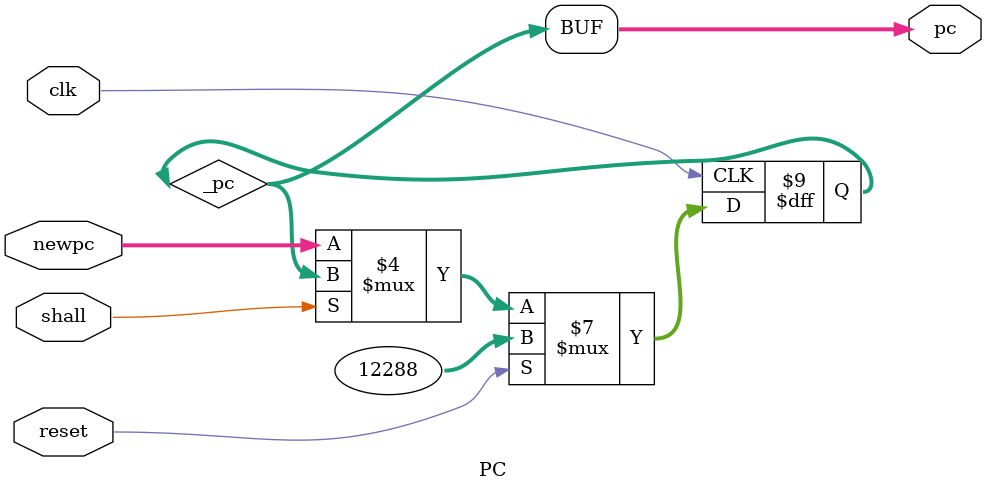
<source format=v>
`timescale 1ns / 1ps
module PC(
    input reset,
    input clk,
	 input shall,
    input [31:0] newpc,
    output [31:0] pc
    );
	 reg [31:0]_pc;
	 assign pc=_pc;
	 initial begin
		_pc=32'h00003000;
	 end
	 always@(posedge clk)begin
		if(reset)begin
			_pc<=32'h00003000;
		end
		else begin
			if(!shall)begin
				_pc<=newpc;
			end
		end
	 end
	 
	

endmodule

</source>
